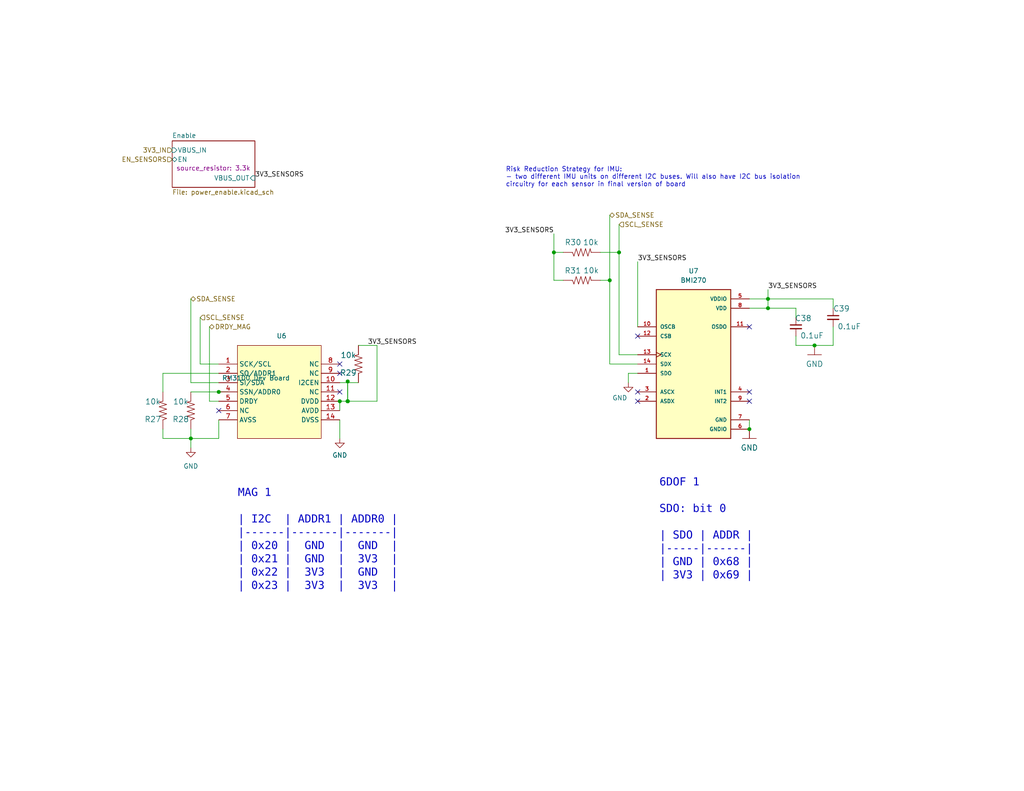
<source format=kicad_sch>
(kicad_sch (version 20230121) (generator eeschema)
  (paper "A")
  (title_block (date "2023-11-01") (rev "1.0") (company "Stanford Student Space Initiative") (comment 1 "RE: Flynn Dreilinger") (comment 2 "Reviewer 1: Pete Mahowald") (comment 3 "Reviewer 2: Tim Vrakas") (comment 4 "Reviewer 3: Grant Regen"))
  (lib_symbols
    (symbol "adcs:RM3100"
      (property "Reference" "U" (at -11.43 13.97 0))
      (symbol "RM3100_1_1"
        (rectangle (start -12.7 12.7) (end 10.16 -12.7) (fill (type background)))
        (pin input line (at -17.78 7.62 0) (length 5.08) (name "SCK/SCL") (number "1"))
        (pin input line (at 15.24 2.54 180) (length 5.08) (name "I2CEN") (number "10"))
        (pin input line (at 15.24 0 180) (length 5.08) (name "NC") (number "11"))
        (pin input line (at 15.24 -2.54 180) (length 5.08) (name "DVDD") (number "12"))
        (pin input line (at 15.24 -5.08 180) (length 5.08) (name "AVDD") (number "13"))
        (pin input line (at 15.24 -7.62 180) (length 5.08) (name "DVSS") (number "14"))
        (pin input line (at -17.78 5.08 0) (length 5.08) (name "SO/ADDR1") (number "2"))
        (pin input line (at -17.78 2.54 0) (length 5.08) (name "SI/SDA") (number "3"))
        (pin input line (at -17.78 0 0) (length 5.08) (name "SSN/ADDR0") (number "4"))
        (pin input line (at -17.78 -2.54 0) (length 5.08) (name "DRDY") (number "5"))
        (pin input line (at -17.78 -5.08 0) (length 5.08) (name "NC") (number "6"))
        (pin input line (at -17.78 -7.62 0) (length 5.08) (name "AVSS") (number "7"))
        (pin input line (at 15.24 7.62 180) (length 5.08) (name "NC") (number "8"))
        (pin input line (at 15.24 5.08 180) (length 5.08) (name "NC") (number "9"))
      )
    )
    (symbol "mainboard:BMI270" (pin_names (offset 1.016))
      (property "Reference" "U" (at -10.16 21.082 0))
      (property "Value" "BMI270" (at -10.16 -22.86 0))
      (symbol "BMI270_0_0"
        (rectangle (start -10.16 -20.32) (end 10.16 20.32) (stroke (width 0.254)) (fill (type background)))
        (pin bidirectional line (at -15.24 -2.54 0) (length 5.08) (name "SDO") (number "1"))
        (pin input line (at -15.24 10.16 0) (length 5.08) (name "OSCB") (number "10"))
        (pin output line (at 15.24 10.16 180) (length 5.08) (name "OSDO") (number "11"))
        (pin input line (at -15.24 7.62 0) (length 5.08) (name "CSB") (number "12"))
        (pin input clock (at -15.24 2.54 0) (length 5.08) (name "SCX") (number "13"))
        (pin bidirectional line (at -15.24 0 0) (length 5.08) (name "SDX") (number "14"))
        (pin bidirectional line (at -15.24 -10.16 0) (length 5.08) (name "ASDX") (number "2"))
        (pin bidirectional line (at -15.24 -7.62 0) (length 5.08) (name "ASCX") (number "3"))
        (pin bidirectional line (at 15.24 -7.62 180) (length 5.08) (name "INT1") (number "4"))
        (pin power_in line (at 15.24 17.78 180) (length 5.08) (name "VDDIO") (number "5"))
        (pin power_in line (at 15.24 -17.78 180) (length 5.08) (name "GNDIO") (number "6"))
        (pin power_in line (at 15.24 -15.24 180) (length 5.08) (name "GND") (number "7"))
        (pin power_in line (at 15.24 15.24 180) (length 5.08) (name "VDD") (number "8"))
        (pin bidirectional line (at 15.24 -10.16 180) (length 5.08) (name "INT2") (number "9"))
      )
    )
    (symbol "mainboard:C_Small" (pin_numbers hide) (pin_names (offset 0.254) hide)
      (property "Reference" "C" (at 0.254 1.778 0))
      (property "Value" "C_Small" (at 0.254 -2.032 0))
      (symbol "C_Small_0_1"
        (polyline (pts (xy -1.524 -0.508) (xy 1.524 -0.508)) (stroke (width 0.3302)))
        (polyline (pts (xy -1.524 0.508) (xy 1.524 0.508)) (stroke (width 0.3048)))
      )
      (symbol "C_Small_1_1"
        (pin passive line (at 0 2.54 270) (length 2.032) (name "~") (number "1"))
        (pin passive line (at 0 -2.54 90) (length 2.032) (name "~") (number "2"))
      )
    )
    (symbol "mainboard:GND" (power) (pin_names (offset 1.016))
      (property "Value" "GND" (at -2.54 -2.54 0))
      (symbol "GND_1_0"
        (polyline (pts (xy -1.905 0) (xy 1.905 0)))
        (pin power_in line (at 0 2.54 270) (length 2.54) (name "GND") (number "1"))
      )
    )
    (symbol "mainboard:R-US_R0603" (pin_names (offset 1.016))
      (property "Reference" "R" (at -3.81 1.4986 0))
      (property "Value" "R-US_R0603" (at -3.81 -3.302 0))
      (symbol "R-US_R0603_1_0"
        (polyline (pts (xy -2.54 0) (xy -2.159 1.016)))
        (polyline (pts (xy -2.159 1.016) (xy -1.524 -1.016)))
        (polyline (pts (xy -1.524 -1.016) (xy -0.889 1.016)))
        (polyline (pts (xy -0.889 1.016) (xy -0.254 -1.016)))
        (polyline (pts (xy -0.254 -1.016) (xy 0.381 1.016)))
        (polyline (pts (xy 0.381 1.016) (xy 1.016 -1.016)))
        (polyline (pts (xy 1.016 -1.016) (xy 1.651 1.016)))
        (polyline (pts (xy 1.651 1.016) (xy 2.286 -1.016)))
        (polyline (pts (xy 2.286 -1.016) (xy 2.54 0)))
        (pin passive line (at -5.08 0 0) (length 2.54) (name "1") (number "1"))
        (pin passive line (at 5.08 0 180) (length 2.54) (name "2") (number "2"))
      )
    )
    (symbol "power:GND" (power) (pin_names (offset 0))
      (property "Value" "GND" (at 0 -3.81 0))
      (symbol "GND_0_1"
        (polyline (pts (xy 0 0) (xy 0 -1.27) (xy 1.27 -1.27) (xy 0 -2.54) (xy -1.27 -1.27) (xy 0 -1.27)))
      )
      (symbol "GND_1_1"
        (pin power_in line (at 0 0 270) (length 0) hide (name "GND") (number "1"))
      )
    )
  )
  (junction (at 151.13 68.9102))
  (junction (at 94.8436 109.5502))
  (junction (at 204.47 117.1702))
  (junction (at 94.8944 109.5502))
  (junction (at 59.69 107.0102))
  (junction (at 209.55 81.6102))
  (junction (at 94.869 104.14))
  (junction (at 168.91 68.9102))
  (junction (at 209.55 84.1502))
  (junction (at 94.869 109.5502))
  (junction (at 222.25 94.3102))
  (junction (at 166.37 76.5302))
  (junction (at 92.71 109.5502))
  (junction (at 52.07 119.7102))
  (no_connect (at 204.47 107.0102))
  (no_connect (at 92.71 101.9302))
  (no_connect (at 92.71 99.3902))
  (no_connect (at 59.69 112.0902))
  (no_connect (at 92.71 107.0102))
  (no_connect (at 173.99 91.7702))
  (no_connect (at 204.47 89.2302))
  (no_connect (at 204.47 109.5502))
  (no_connect (at 173.99 109.5502))
  (no_connect (at 173.99 107.0102))
  (wire (pts (xy 94.8436 109.5502) (xy 94.8436 104.14)))
  (wire (pts (xy 52.07 107.0102) (xy 59.69 107.0102)))
  (wire (pts (xy 166.37 58.7502) (xy 166.37 76.5302)))
  (wire (pts (xy 151.13 63.8302) (xy 151.13 68.9102)))
  (wire (pts (xy 59.69 107.0102) (xy 62.23 107.0102)))
  (wire (pts (xy 227.33 81.6102) (xy 209.55 81.6102)))
  (wire (pts (xy 153.67 68.9102) (xy 151.13 68.9102)))
  (wire (pts (xy 166.37 76.5302) (xy 166.37 99.3902)))
  (wire (pts (xy 52.07 119.7102) (xy 52.07 122.2502)))
  (wire (pts (xy 163.83 68.9102) (xy 168.91 68.9102)))
  (wire (pts (xy 94.8944 109.5502) (xy 94.8944 104.14)))
  (wire (pts (xy 209.55 84.1502) (xy 209.55 81.6102)))
  (wire (pts (xy 59.69 114.6302) (xy 59.69 119.7102)))
  (wire (pts (xy 92.71 109.5502) (xy 92.71 112.0902)))
  (wire (pts (xy 94.869 104.14) (xy 94.8944 104.14)))
  (wire (pts (xy 97.79 94.3102) (xy 102.87 94.3102)))
  (wire (pts (xy 94.8436 109.5502) (xy 94.869 109.5502)))
  (wire (pts (xy 92.71 114.6302) (xy 92.71 119.7102)))
  (wire (pts (xy 57.15 109.5502) (xy 59.69 109.5502)))
  (wire (pts (xy 171.45 101.9302) (xy 173.99 101.9302)))
  (wire (pts (xy 217.17 86.6902) (xy 217.17 84.1502)))
  (wire (pts (xy 44.45 101.9302) (xy 59.69 101.9302)))
  (wire (pts (xy 92.71 109.5502) (xy 94.8436 109.5502)))
  (wire (pts (xy 163.83 76.5302) (xy 166.37 76.5302)))
  (wire (pts (xy 44.45 119.7102) (xy 52.07 119.7102)))
  (wire (pts (xy 44.45 117.1702) (xy 44.45 119.7102)))
  (wire (pts (xy 52.07 104.4702) (xy 59.69 104.4702)))
  (wire (pts (xy 168.91 96.8502) (xy 173.99 96.8502)))
  (wire (pts (xy 153.67 76.5302) (xy 151.13 76.5302)))
  (wire (pts (xy 59.69 119.7102) (xy 52.07 119.7102)))
  (wire (pts (xy 102.87 109.5502) (xy 102.87 94.3102)))
  (wire (pts (xy 57.15 89.2302) (xy 57.15 109.5502)))
  (wire (pts (xy 54.61 99.3902) (xy 54.61 86.6902)))
  (wire (pts (xy 94.8436 104.14) (xy 94.869 104.14)))
  (wire (pts (xy 168.91 68.9102) (xy 168.91 96.8502)))
  (wire (pts (xy 173.99 99.3902) (xy 166.37 99.3902)))
  (wire (pts (xy 209.55 84.1502) (xy 217.17 84.1502)))
  (wire (pts (xy 52.07 117.1702) (xy 52.07 119.7102)))
  (wire (pts (xy 171.45 104.4702) (xy 171.45 101.9302)))
  (wire (pts (xy 54.61 99.3902) (xy 59.69 99.3902)))
  (wire (pts (xy 204.47 84.1502) (xy 209.55 84.1502)))
  (wire (pts (xy 94.869 109.5502) (xy 94.8944 109.5502)))
  (wire (pts (xy 204.47 114.6302) (xy 204.47 117.1702)))
  (wire (pts (xy 227.33 94.3102) (xy 227.33 89.2302)))
  (wire (pts (xy 217.17 94.3102) (xy 217.17 91.7702)))
  (wire (pts (xy 209.55 81.6102) (xy 204.47 81.6102)))
  (wire (pts (xy 94.8944 109.5502) (xy 102.87 109.5502)))
  (wire (pts (xy 173.99 71.4502) (xy 173.99 89.2302)))
  (wire (pts (xy 222.25 94.3102) (xy 227.33 94.3102)))
  (wire (pts (xy 52.07 81.6102) (xy 52.07 104.4702)))
  (wire (pts (xy 92.71 104.4702) (xy 97.79 104.4702)))
  (wire (pts (xy 209.55 79.0702) (xy 209.55 81.6102)))
  (wire (pts (xy 94.869 109.5502) (xy 94.869 104.14)))
  (wire (pts (xy 227.33 81.6102) (xy 227.33 84.1502)))
  (wire (pts (xy 151.13 76.5302) (xy 151.13 68.9102)))
  (wire (pts (xy 217.17 94.3102) (xy 222.25 94.3102)))
  (wire (pts (xy 168.91 61.2902) (xy 168.91 68.9102)))
  (wire (pts (xy 44.45 101.9302) (xy 44.45 107.0102)))
  (text "6DOF 1\n\nSDO: bit 0\n\n| SDO | ADDR |\n|-----|------|\n| GND | 0x68 |\n| 3V3 | 0x69 |" (at 179.9336 159.0802 0) (effects (font (size 2.159 2.159)) (justify left bottom)))
  (text "Risk Reduction Strategy for IMU:\n- two different IMU units on different I2C buses. Will also have I2C bus isolation \ncircuitry for each sensor in final version of board\n" (at 137.9728 51.181 0) (effects (font (size 1.27 1.27)) (justify left bottom)))
  (text "MAG 1\n\n| I2C  | ADDR1 | ADDR0 |\n|------|-------|-------|\n| 0x20 |  GND  |  GND  | \n| 0x21 |  GND  |  3V3  |\n| 0x22 |  3V3  |  GND  |\n| 0x23 |  3V3  |  3V3  |" (at 64.9224 161.9504 0) (effects (font (size 2.159 2.159)) (justify left bottom)))
  (label "3V3_SENSORS" (at 69.5452 48.6156 0))
  (label "3V3_SENSORS" (at 173.99 71.4502 0))
  (label "3V3_SENSORS" (at 209.55 79.0702 0))
  (label "3V3_SENSORS" (at 151.13 63.8302 180))
  (label "3V3_SENSORS" (at 100.33 94.3102 0))
  (hierarchical_label "3V3_IN" (shape input) (at 46.99 40.9956 180))
  (hierarchical_label "SDA_SENSE" (shape bidirectional) (at 166.37 58.7502 0))
  (hierarchical_label "DRDY_MAG" (shape bidirectional) (at 57.15 89.2302 0))
  (hierarchical_label "SCL_SENSE" (shape input) (at 54.61 86.6902 0))
  (hierarchical_label "EN_SENSORS" (shape input) (at 46.99 43.5356 180))
  (hierarchical_label "SCL_SENSE" (shape input) (at 168.91 61.2902 0))
  (hierarchical_label "SDA_SENSE" (shape bidirectional) (at 52.07 81.6102 0))
  (symbol (lib_id "power:GND") (at 171.45 104.4702 0) (unit 1)
    (property "Reference" "#PWR049" (effects hide))
    (property "Value" "GND" (at 169.1132 108.6358 0))
    (instances (project "adcs-hardware" (path "" (reference "#PWR049") (unit 1)) (path "" (reference "#PWR046") (unit 1))))
  )
  (symbol (lib_id "mainboard:GND") (at 222.25 96.8502 0) (unit 1)
    (property "Reference" "#GND013" (effects hide))
    (property "Value" "GND" (at 222.25 99.3902 0) (effects (font (size 1.4986 1.4986))))
    (instances (project "adcs-hardware" (path "" (reference "#GND013") (unit 1)) (path "" (reference "#GND011") (unit 1))) (project "Sensors" (path "" (reference "#GND?") (unit 1))))
  )
  (symbol (lib_id "mainboard:C_Small") (at 217.17 89.2302 0) (mirror y) (unit 1)
    (property "Reference" "C38" (at 221.488 87.757 0) (effects (font (size 1.4986 1.4986)) (justify left bottom)))
    (property "Value" "0.1uF" (at 224.79 92.4814 0) (effects (font (size 1.4986 1.4986)) (justify left bottom)))
    (property "Footprint" "Capacitor_SMD:C_0603_1608Metric" (effects hide))
    (property "Description" "0.1uF +-10% 50V X7R 0603" (effects hide))
    (instances (project "adcs-hardware" (path "" (reference "C38") (unit 1)) (path "" (reference "C36") (unit 1))) (project "Sensors" (path "" (reference "C?") (unit 1))))
  )
  (symbol (lib_id "mainboard:BMI270") (at 189.23 99.3902 0) (unit 1)
    (property "Reference" "U7" (at 189.23 73.9902 0))
    (property "Value" "BMI270" (at 189.23 76.5302 0))
    (property "Footprint" "adcs:XDCR_BMI270" (effects hide))
    (property "Datasheet" "${KIPRJMOD}/../datasheets/bmi270.pdf" (effects hide))
    (property "Manufacturer_Name" "Bosch Sensortec" (effects hide))
    (property "Unit Price" "5.88" (effects hide))
    (property "Flight" "BMI270" (effects hide))
    (instances (project "adcs-hardware" (path "" (reference "U7") (unit 1)) (path "" (reference "U5") (unit 1))) (project "Sensors" (path "" (reference "U?") (unit 1))))
  )
  (symbol (lib_id "power:GND") (at 92.71 119.7102 0) (unit 1)
    (property "Reference" "#PWR048" (effects hide))
    (property "Value" "GND" (at 92.71 124.2822 0))
    (instances (project "adcs-hardware" (path "" (reference "#PWR048") (unit 1)) (path "" (reference "#PWR045") (unit 1))))
  )
  (symbol (lib_id "mainboard:C_Small") (at 227.33 86.6902 0) (mirror y) (unit 1)
    (property "Reference" "C39" (at 231.902 85.1154 0) (effects (font (size 1.4986 1.4986)) (justify left bottom)))
    (property "Value" "0.1uF" (at 234.95 89.9922 0) (effects (font (size 1.4986 1.4986)) (justify left bottom)))
    (property "Footprint" "Capacitor_SMD:C_0603_1608Metric" (effects hide))
    (property "Description" "0.1uF +-10% 50V X7R 0603" (effects hide))
    (instances (project "adcs-hardware" (path "" (reference "C39") (unit 1)) (path "" (reference "C37") (unit 1))) (project "Sensors" (path "" (reference "C?") (unit 1))))
  )
  (symbol (lib_id "mainboard:R-US_R0603") (at 158.75 68.9102 0) (mirror x) (unit 1)
    (property "Reference" "R30" (at 156.3624 66.167 0) (effects (font (size 1.4986 1.4986))))
    (property "Value" "10k" (at 161.1884 66.167 0) (effects (font (size 1.4986 1.4986))))
    (property "Footprint" "Resistor_SMD:R_0603_1608Metric" (effects hide))
    (property "Description" "10k 0603" (effects hide))
    (property "DNI" "Mixed Values" (effects hide))
    (instances (project "adcs-hardware" (path "" (reference "R30") (unit 1)) (path "" (reference "R25") (unit 1))) (project "Sensors" (path "" (reference "R?") (unit 1))))
  )
  (symbol (lib_id "mainboard:R-US_R0603") (at 97.79 99.3902 270) (mirror x) (unit 1)
    (property "Reference" "R29" (at 95.0468 101.7778 90) (effects (font (size 1.4986 1.4986))))
    (property "Value" "10k" (at 95.0468 96.9518 90) (effects (font (size 1.4986 1.4986))))
    (property "Footprint" "Resistor_SMD:R_0603_1608Metric" (effects hide))
    (property "Description" "10k 0603" (effects hide))
    (property "DNI" "Mixed Values" (effects hide))
    (instances (project "adcs-hardware" (path "" (reference "R29") (unit 1)) (path "" (reference "R24") (unit 1))) (project "Sensors" (path "" (reference "R?") (unit 1))))
  )
  (symbol (lib_id "power:GND") (at 52.07 122.2502 0) (unit 1)
    (property "Reference" "#PWR047" (effects hide))
    (property "Value" "GND" (at 52.07 127.2794 0))
    (instances (project "adcs-hardware" (path "" (reference "#PWR047") (unit 1)) (path "" (reference "#PWR044") (unit 1))))
  )
  (symbol (lib_id "mainboard:GND") (at 204.47 119.7102 0) (unit 1)
    (property "Reference" "#GND012" (effects hide))
    (property "Value" "GND" (at 204.47 122.2502 0) (effects (font (size 1.4986 1.4986))))
    (instances (project "adcs-hardware" (path "" (reference "#GND012") (unit 1)) (path "" (reference "#GND010") (unit 1))) (project "Sensors" (path "" (reference "#GND?") (unit 1))))
  )
  (symbol (lib_id "mainboard:R-US_R0603") (at 52.07 112.0902 270) (mirror x) (unit 1)
    (property "Reference" "R28" (at 49.3268 114.4778 90) (effects (font (size 1.4986 1.4986))))
    (property "Value" "10k" (at 49.3268 109.6518 90) (effects (font (size 1.4986 1.4986))))
    (property "Footprint" "Resistor_SMD:R_0603_1608Metric" (effects hide))
    (property "Description" "10k 0603" (effects hide))
    (property "DNI" "Mixed Values" (effects hide))
    (instances (project "adcs-hardware" (path "" (reference "R28") (unit 1)) (path "" (reference "R23") (unit 1))) (project "Sensors" (path "" (reference "R?") (unit 1))))
  )
  (symbol (lib_id "mainboard:R-US_R0603") (at 44.45 112.0902 270) (mirror x) (unit 1)
    (property "Reference" "R27" (at 41.7068 114.4778 90) (effects (font (size 1.4986 1.4986))))
    (property "Value" "10k" (at 41.7068 109.6518 90) (effects (font (size 1.4986 1.4986))))
    (property "Footprint" "Resistor_SMD:R_0603_1608Metric" (effects hide))
    (property "Description" "10k 0603" (effects hide))
    (property "DNI" "Mixed Values" (effects hide))
    (instances (project "adcs-hardware" (path "" (reference "R27") (unit 1)) (path "" (reference "R22") (unit 1))) (project "Sensors" (path "" (reference "R?") (unit 1))))
  )
  (symbol (lib_id "adcs:RM3100") (at 77.47 107.0102 0) (unit 1)
    (property "Reference" "U6" (at 76.835 91.7194 0))
    (property "Value" "RM3100 Dev Board" (at 69.85 103.2002 0))
    (property "Footprint" "adcs:RM3100" (effects hide))
    (property "Datasheet" "${KIPRJMOD}/../datasheets/RM3100-Testing-Boards-User-Manual-r05.pdf" (effects hide))
    (property "Manufacturer_Name" "PNI Technologies" (effects hide))
    (property "Unit Price" "25.0" (effects hide))
    (property "Flight" "RM3100" (effects hide))
    (instances (project "adcs-hardware" (path "" (reference "U6") (unit 1)) (path "" (reference "U4") (unit 1))))
  )
  (symbol (lib_id "mainboard:R-US_R0603") (at 158.75 76.5302 0) (mirror x) (unit 1)
    (property "Reference" "R31" (at 156.3116 73.8886 0) (effects (font (size 1.4986 1.4986))))
    (property "Value" "10k" (at 161.29 73.8378 0) (effects (font (size 1.4986 1.4986))))
    (property "Footprint" "Resistor_SMD:R_0603_1608Metric" (effects hide))
    (property "Description" "10k 0603" (effects hide))
    (property "DNI" "Mixed Values" (effects hide))
    (instances (project "adcs-hardware" (path "" (reference "R31") (unit 1)) (path "" (reference "R26") (unit 1))) (project "Sensors" (path "" (reference "R?") (unit 1))))
  )
  (sheet (at 46.99 38.4556) (size 22.5552 12.7) (stroke (width 0.1524))
    (property "Sheetname" "Enable" (at 46.99 37.744 0) (effects (justify left bottom)))
    (property "Sheetfile" "power_enable.kicad_sch" (at 46.99 51.7402 0) (effects (justify left top)))
    (property "source_resistor" "3.3k" (at 58.2168 45.8978 0) (show_name))
    (pin "VBUS_IN" input (at 46.99 40.9956 180))
    (pin "EN" bidirectional (at 46.99 43.5356 180))
    (pin "VBUS_OUT" input (at 69.5452 48.6156 0))
  )
)
</source>
